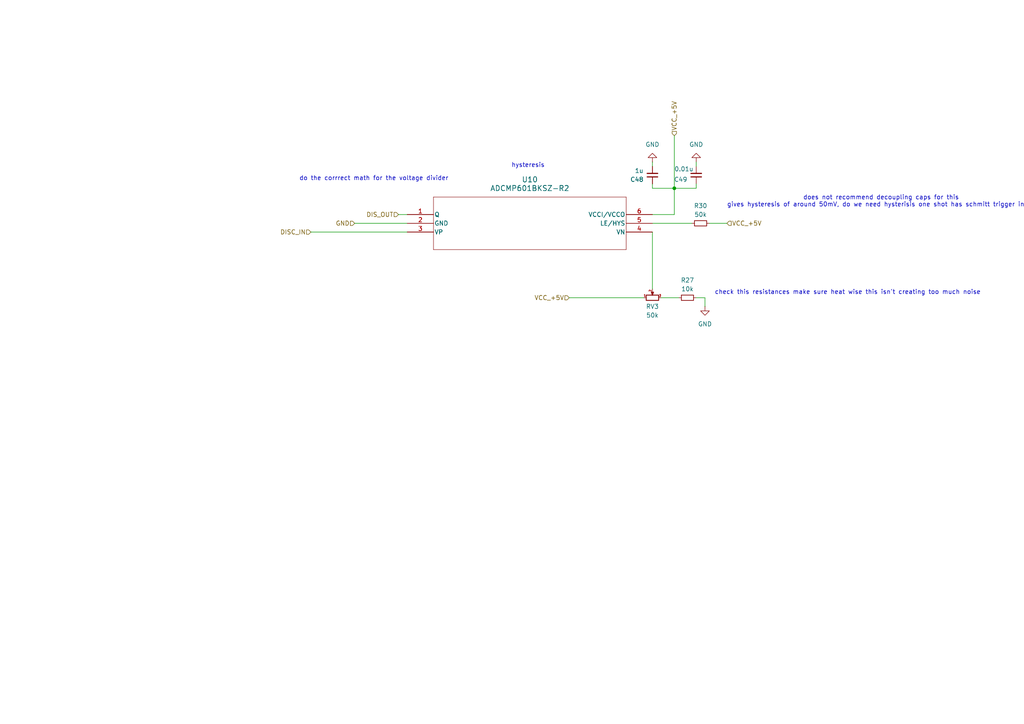
<source format=kicad_sch>
(kicad_sch (version 20231120) (generator "eeschema") (generator_version "8.0")
  (paper "A4")
  (lib_symbols
    (symbol "2025-07-22_06-41-57:ADCMP601BKSZ-R2" (pin_names (offset 0.254))
      (property "Reference" "U" (at 35.56 10.16 0))
      (property "Value" "ADCMP601BKSZ-R2" (at 35.56 7.62 0))
      (symbol "ADCMP601BKSZ-R2_0_1"
        (polyline (pts (xy 7.62 -10.16) (xy 63.5 -10.16)) (stroke (width 0.127)))
        (polyline (pts (xy 7.62 5.08) (xy 7.62 -10.16)) (stroke (width 0.127)))
        (polyline (pts (xy 63.5 -10.16) (xy 63.5 5.08)) (stroke (width 0.127)))
        (polyline (pts (xy 63.5 5.08) (xy 7.62 5.08)) (stroke (width 0.127)))
        (pin output line (at 0 0 0) (length 7.62) (name "Q") (number "1"))
        (pin power_in line (at 0 -2.54 0) (length 7.62) (name "GND") (number "2"))
        (pin input line (at 0 -5.08 0) (length 7.62) (name "VP") (number "3"))
        (pin input line (at 71.12 -5.08 180) (length 7.62) (name "VN") (number "4"))
        (pin unspecified line (at 71.12 -2.54 180) (length 7.62) (name "LE/HYS") (number "5"))
        (pin power_in line (at 71.12 0 180) (length 7.62) (name "VCCI/VCCO") (number "6"))
      )
    )
    (symbol "Device:C_Small" (pin_numbers hide) (pin_names (offset 0.254) hide)
      (property "Reference" "C" (at 0.254 1.778 0))
      (property "Value" "C_Small" (at 0.254 -2.032 0))
      (symbol "C_Small_0_1"
        (polyline (pts (xy -1.524 -0.508) (xy 1.524 -0.508)) (stroke (width 0.3302)))
        (polyline (pts (xy -1.524 0.508) (xy 1.524 0.508)) (stroke (width 0.3048)))
      )
      (symbol "C_Small_1_1"
        (pin passive line (at 0 2.54 270) (length 2.032) (name "~") (number "1"))
        (pin passive line (at 0 -2.54 90) (length 2.032) (name "~") (number "2"))
      )
    )
    (symbol "Device:R_Potentiometer_Small" (pin_names (offset 1.016) hide)
      (property "Reference" "RV" (at -4.445 0 90))
      (property "Value" "R_Potentiometer_Small" (at -2.54 0 90))
      (symbol "R_Potentiometer_Small_0_1"
        (polyline (pts (xy 0.889 0) (xy 0.635 0) (xy 1.651 0.381) (xy 1.651 -0.381) (xy 0.635 0) (xy 0.889 0)) (fill (type outline)))
        (rectangle (start 0.762 1.8034) (end -0.762 -1.8034) (stroke (width 0.254)))
      )
      (symbol "R_Potentiometer_Small_1_1"
        (pin passive line (at 0 2.54 270) (length 0.635) (name "1") (number "1"))
        (pin passive line (at 2.54 0 180) (length 0.9906) (name "2") (number "2"))
        (pin passive line (at 0 -2.54 90) (length 0.635) (name "3") (number "3"))
      )
    )
    (symbol "Device:R_Small" (pin_numbers hide) (pin_names (offset 0.254) hide)
      (property "Reference" "R" (at 0.762 0.508 0))
      (property "Value" "R_Small" (at 0.762 -1.016 0))
      (symbol "R_Small_0_1"
        (rectangle (start -0.762 1.778) (end 0.762 -1.778) (stroke (width 0.2032)))
      )
      (symbol "R_Small_1_1"
        (pin passive line (at 0 2.54 270) (length 0.762) (name "~") (number "1"))
        (pin passive line (at 0 -2.54 90) (length 0.762) (name "~") (number "2"))
      )
    )
    (symbol "power:GND" (power) (pin_numbers hide) (pin_names (offset 0) hide)
      (property "Value" "GND" (at 0 -3.81 0))
      (symbol "GND_0_1"
        (polyline (pts (xy 0 0) (xy 0 -1.27) (xy 1.27 -1.27) (xy 0 -2.54) (xy -1.27 -1.27) (xy 0 -1.27)))
      )
      (symbol "GND_1_1"
        (pin power_in line (at 0 0 270) (length 0) (name "~") (number "1"))
      )
    )
  )
  (junction (at 195.58 54.61))
  (wire (pts (xy 165.1 86.36) (xy 186.69 86.36)))
  (wire (pts (xy 201.93 46.99) (xy 201.93 48.26)))
  (wire (pts (xy 205.74 64.77) (xy 210.82 64.77)))
  (wire (pts (xy 201.93 86.36) (xy 204.47 86.36)))
  (wire (pts (xy 189.23 54.61) (xy 189.23 53.34)))
  (wire (pts (xy 189.23 64.77) (xy 200.66 64.77)))
  (wire (pts (xy 90.17 67.31) (xy 118.11 67.31)))
  (wire (pts (xy 204.47 88.9) (xy 204.47 86.36)))
  (wire (pts (xy 191.77 86.36) (xy 196.85 86.36)))
  (wire (pts (xy 189.23 62.23) (xy 195.58 62.23)))
  (wire (pts (xy 189.23 67.31) (xy 189.23 83.82)))
  (wire (pts (xy 201.93 53.34) (xy 201.93 54.61)))
  (wire (pts (xy 201.93 54.61) (xy 195.58 54.61)))
  (wire (pts (xy 102.87 64.77) (xy 118.11 64.77)))
  (wire (pts (xy 195.58 54.61) (xy 195.58 62.23)))
  (wire (pts (xy 115.57 62.23) (xy 118.11 62.23)))
  (wire (pts (xy 189.23 46.99) (xy 189.23 48.26)))
  (wire (pts (xy 195.58 39.37) (xy 195.58 54.61)))
  (wire (pts (xy 195.58 54.61) (xy 189.23 54.61)))
  (text "do the corrrect math for the voltage divider" (at 108.458 51.816 0) (effects (font (size 1.27 1.27))))
  (text "does not recommend decoupling caps for this \ngives hysteresis of around 50mV, do we need hysterisis one shot has schmitt trigger inputs" (at 256.032 58.42 0) (effects (font (size 1.27 1.27))))
  (text "check this resistances make sure heat wise this isn't creating too much noise\n" (at 245.872 84.836 0) (effects (font (size 1.27 1.27))))
  (text "hysteresis\n" (at 153.162 48.006 0) (effects (font (size 1.27 1.27))))
  (hierarchical_label "DISC_IN" (shape input) (at 90.17 67.31 180))
  (hierarchical_label "VCC_+5V" (shape input) (at 210.82 64.77 0))
  (hierarchical_label "GND" (shape input) (at 102.87 64.77 180))
  (hierarchical_label "VCC_+5V" (shape input) (at 165.1 86.36 180))
  (hierarchical_label "VCC_+5V" (shape input) (at 195.58 39.37 90))
  (hierarchical_label "DIS_OUT" (shape input) (at 115.57 62.23 180))
  (symbol (lib_id "Device:R_Small") (at 203.2 64.77 270) (unit 1)
    (property "Reference" "R30" (at 203.2 59.69 90))
    (property "Value" "50k" (at 203.2 62.23 90))
    (property "Footprint" "Resistor_SMD:R_0805_2012Metric" (effects (hide yes)))
    (property "Description" "Resistor, small symbol" (effects (hide yes)))
    (instances (project "bellamu" (path "" (reference "R30") (unit 1)) (path "" (reference "R14") (unit 1))))
  )
  (symbol (lib_id "2025-07-22_06-41-57:ADCMP601BKSZ-R2") (at 118.11 62.23 0) (unit 1)
    (property "Reference" "U10" (at 153.67 52.07 0) (effects (font (size 1.524 1.524))))
    (property "Value" "ADCMP601BKSZ-R2" (at 153.67 54.61 0) (effects (font (size 1.524 1.524))))
    (property "Footprint" "adcmp601:KS_6_ADI-M" (effects (hide yes)))
    (property "Datasheet" "https://www.analog.com/media/en/technical-documentation/data-sheets/ADCMP600_601_602.pdf" (effects (hide yes)))
    (instances (project "bellamu" (path "" (reference "U10") (unit 1)) (path "" (reference "U12") (unit 1))))
  )
  (symbol (lib_id "power:GND") (at 189.23 46.99 180) (unit 1)
    (property "Reference" "#PWR081" (effects (hide yes)))
    (property "Value" "GND" (at 189.23 41.91 0))
    (property "Description" "Power symbol creates a global label with name \"GND\" , ground" (effects (hide yes)))
    (instances (project "bellamu" (path "" (reference "#PWR081") (unit 1)) (path "" (reference "#PWR052") (unit 1))))
  )
  (symbol (lib_id "power:GND") (at 201.93 46.99 180) (unit 1)
    (property "Reference" "#PWR082" (effects (hide yes)))
    (property "Value" "GND" (at 201.93 41.91 0))
    (property "Description" "Power symbol creates a global label with name \"GND\" , ground" (effects (hide yes)))
    (instances (project "bellamu" (path "" (reference "#PWR082") (unit 1)) (path "" (reference "#PWR050") (unit 1))))
  )
  (symbol (lib_id "Device:C_Small") (at 189.23 50.8 180) (unit 1)
    (property "Reference" "C48" (at 186.69 52.0638 0) (effects (justify left)))
    (property "Value" "1u" (at 186.69 49.5238 0) (effects (justify left)))
    (property "Footprint" "Capacitor_SMD:C_0603_1608Metric" (effects (hide yes)))
    (property "Description" "Unpolarized capacitor, small symbol" (effects (hide yes)))
    (instances (project "bellamu" (path "" (reference "C48") (unit 1)) (path "" (reference "C19") (unit 1))))
  )
  (symbol (lib_id "Device:C_Small") (at 201.93 50.8 180) (unit 1)
    (property "Reference" "C49" (at 199.39 52.0638 0) (effects (justify left)))
    (property "Value" "0.01u" (at 201.168 49.022 0) (effects (justify left)))
    (property "Footprint" "Capacitor_SMD:C_0603_1608Metric" (effects (hide yes)))
    (property "Description" "Unpolarized capacitor, small symbol" (effects (hide yes)))
    (instances (project "bellamu" (path "" (reference "C49") (unit 1)) (path "" (reference "C18") (unit 1))))
  )
  (symbol (lib_id "power:GND") (at 204.47 88.9 0) (unit 1)
    (property "Reference" "#PWR083" (effects (hide yes)))
    (property "Value" "GND" (at 204.47 93.98 0))
    (property "Description" "Power symbol creates a global label with name \"GND\" , ground" (effects (hide yes)))
    (instances (project "bellamu" (path "" (reference "#PWR083") (unit 1)) (path "" (reference "#PWR021") (unit 1))))
  )
  (symbol (lib_id "Device:R_Small") (at 199.39 86.36 90) (unit 1)
    (property "Reference" "R27" (at 199.39 81.28 90))
    (property "Value" "10k" (at 199.39 83.82 90))
    (property "Footprint" "Resistor_SMD:R_0805_2012Metric" (effects (hide yes)))
    (property "Description" "Resistor, small symbol" (effects (hide yes)))
    (instances (project "bellamu" (path "" (reference "R27") (unit 1)) (path "" (reference "R31") (unit 1))))
  )
  (symbol (lib_id "Device:R_Potentiometer_Small") (at 189.23 86.36 90) (unit 1)
    (property "Reference" "RV3" (at 189.23 88.9 90))
    (property "Value" "50k" (at 189.23 91.44 90))
    (property "Footprint" "Potentiometer_THT:Potentiometer_Bourns_3266W_Vertical" (effects (hide yes)))
    (property "Description" "Potentiometer" (effects (hide yes)))
    (instances (project "bellamu" (path "" (reference "RV3") (unit 1)) (path "" (reference "RV4") (unit 1))))
  )
)
</source>
